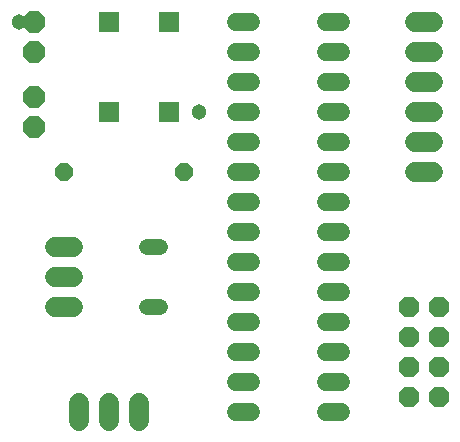
<source format=gbs>
G75*
%MOIN*%
%OFA0B0*%
%FSLAX25Y25*%
%IPPOS*%
%LPD*%
%AMOC8*
5,1,8,0,0,1.08239X$1,22.5*
%
%ADD10OC8,0.07100*%
%ADD11C,0.06000*%
%ADD12C,0.06800*%
%ADD13OC8,0.06800*%
%ADD14C,0.05200*%
%ADD15OC8,0.06000*%
%ADD16R,0.06706X0.06706*%
%ADD17C,0.05131*%
D10*
X0216000Y0231000D03*
X0216000Y0241000D03*
X0216000Y0256000D03*
X0216000Y0266000D03*
D11*
X0283400Y0266000D02*
X0288600Y0266000D01*
X0288600Y0256000D02*
X0283400Y0256000D01*
X0283400Y0246000D02*
X0288600Y0246000D01*
X0288600Y0236000D02*
X0283400Y0236000D01*
X0283400Y0226000D02*
X0288600Y0226000D01*
X0288600Y0216000D02*
X0283400Y0216000D01*
X0283400Y0206000D02*
X0288600Y0206000D01*
X0288600Y0196000D02*
X0283400Y0196000D01*
X0283400Y0186000D02*
X0288600Y0186000D01*
X0288600Y0176000D02*
X0283400Y0176000D01*
X0283400Y0166000D02*
X0288600Y0166000D01*
X0288600Y0156000D02*
X0283400Y0156000D01*
X0283400Y0146000D02*
X0288600Y0146000D01*
X0288600Y0136000D02*
X0283400Y0136000D01*
X0313400Y0136000D02*
X0318600Y0136000D01*
X0318600Y0146000D02*
X0313400Y0146000D01*
X0313400Y0156000D02*
X0318600Y0156000D01*
X0318600Y0166000D02*
X0313400Y0166000D01*
X0313400Y0176000D02*
X0318600Y0176000D01*
X0318600Y0186000D02*
X0313400Y0186000D01*
X0313400Y0196000D02*
X0318600Y0196000D01*
X0318600Y0206000D02*
X0313400Y0206000D01*
X0313400Y0216000D02*
X0318600Y0216000D01*
X0318600Y0226000D02*
X0313400Y0226000D01*
X0313400Y0236000D02*
X0318600Y0236000D01*
X0318600Y0246000D02*
X0313400Y0246000D01*
X0313400Y0256000D02*
X0318600Y0256000D01*
X0318600Y0266000D02*
X0313400Y0266000D01*
D12*
X0231000Y0139000D02*
X0231000Y0133000D01*
X0241000Y0133000D02*
X0241000Y0139000D01*
X0251000Y0139000D02*
X0251000Y0133000D01*
X0229000Y0171000D02*
X0223000Y0171000D01*
X0223000Y0181000D02*
X0229000Y0181000D01*
X0229000Y0191000D02*
X0223000Y0191000D01*
X0343000Y0216000D02*
X0349000Y0216000D01*
X0349000Y0226000D02*
X0343000Y0226000D01*
X0343000Y0236000D02*
X0349000Y0236000D01*
X0349000Y0246000D02*
X0343000Y0246000D01*
X0343000Y0256000D02*
X0349000Y0256000D01*
X0349000Y0266000D02*
X0343000Y0266000D01*
D13*
X0341000Y0171000D03*
X0351000Y0171000D03*
X0351000Y0161000D03*
X0351000Y0151000D03*
X0341000Y0151000D03*
X0341000Y0161000D03*
X0341000Y0141000D03*
X0351000Y0141000D03*
D14*
X0258200Y0171000D02*
X0253800Y0171000D01*
X0253800Y0191000D02*
X0258200Y0191000D01*
D15*
X0266000Y0216000D03*
X0226000Y0216000D03*
D16*
X0241000Y0236000D03*
X0261000Y0236000D03*
X0261000Y0266000D03*
X0241000Y0266000D03*
D17*
X0211000Y0266000D03*
X0271000Y0236000D03*
M02*

</source>
